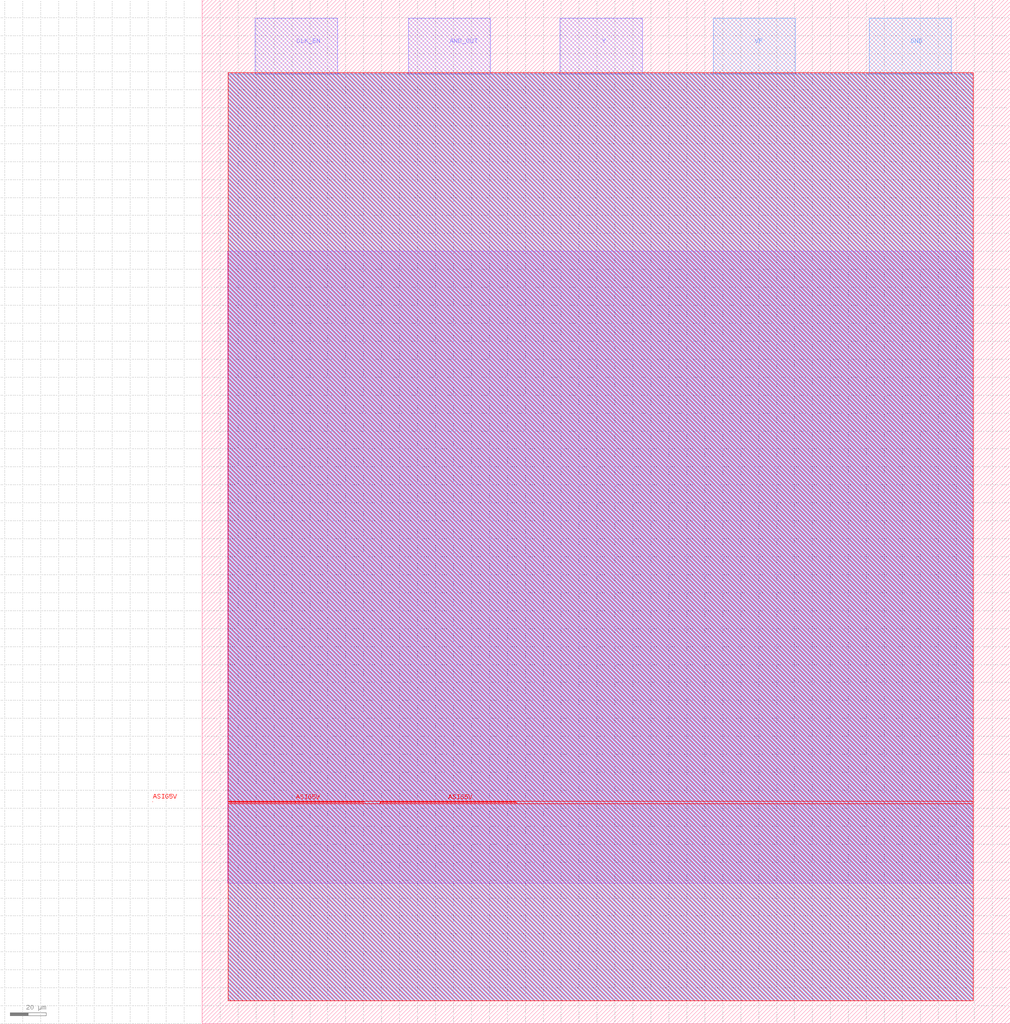
<source format=lef>
VERSION 5.7 ;
  NOWIREEXTENSIONATPIN ON ;
  DIVIDERCHAR "/" ;
  BUSBITCHARS "[]" ;
MACRO TopLevel_oscillator_macro
  CLASS BLOCK ;
  FOREIGN TopLevel_oscillator_macro ;
  ORIGIN 0.000 0.000 ;
  SIZE 450.000 BY 570.000 ;
  PIN VP
    DIRECTION INOUT ;
    USE POWER ;
    PORT
      LAYER Metal4 ;
        RECT 284.715 528.845 330.490 559.750 ;
    END
  END VP
  PIN GND
    DIRECTION INOUT ;
    USE GROUND ;
    PORT
      LAYER Metal4 ;
        RECT 371.565 528.845 417.340 559.750 ;
    END
  END GND
  PIN ASIG5V
    PORT
      LAYER Metal5 ;
        RECT -112.600 123.490 -112.590 123.500 ;
    END
    PORT
      LAYER Metal5 ;
        RECT -27.600 123.490 -27.590 123.500 ;
    END
    PORT
      LAYER Metal5 ;
        RECT 14.480 123.085 89.480 123.515 ;
    END
    PORT
      LAYER Metal5 ;
        RECT 99.480 123.085 174.480 123.515 ;
    END
  END ASIG5V
  PIN CLK_EN
    PORT
      LAYER Metal2 ;
        RECT 29.560 528.845 75.335 559.750 ;
    END
  END CLK_EN
  PIN AND_OUT
    DIRECTION INPUT ;
    USE SIGNAL ;
    PORT
      LAYER Metal2 ;
        RECT 114.860 528.845 160.635 559.750 ;
    END
  END AND_OUT
  PIN Y
    DIRECTION OUTPUT ;
    USE SIGNAL ;
    PORT
      LAYER Metal2 ;
        RECT 199.445 528.845 245.220 559.750 ;
    END
  END Y
  OBS
      LAYER Metal1 ;
        RECT 14.320 78.310 429.640 429.980 ;
      LAYER Metal2 ;
        RECT 14.480 528.545 29.260 529.365 ;
        RECT 75.635 528.545 114.560 529.365 ;
        RECT 160.935 528.545 199.145 529.365 ;
        RECT 245.520 528.545 429.480 529.365 ;
        RECT 14.480 12.770 429.480 528.545 ;
      LAYER Metal3 ;
        RECT 14.480 12.770 429.480 529.365 ;
      LAYER Metal4 ;
        RECT 14.480 528.545 284.415 529.365 ;
        RECT 330.790 528.545 371.265 529.365 ;
        RECT 417.640 528.545 429.480 529.365 ;
        RECT 14.480 12.770 429.480 528.545 ;
      LAYER Metal5 ;
        RECT 14.480 124.015 429.480 529.365 ;
        RECT 89.980 122.585 98.980 124.015 ;
        RECT 174.980 122.585 429.480 124.015 ;
        RECT 14.480 12.770 429.480 122.585 ;
  END
END TopLevel_oscillator_macro
END LIBRARY


</source>
